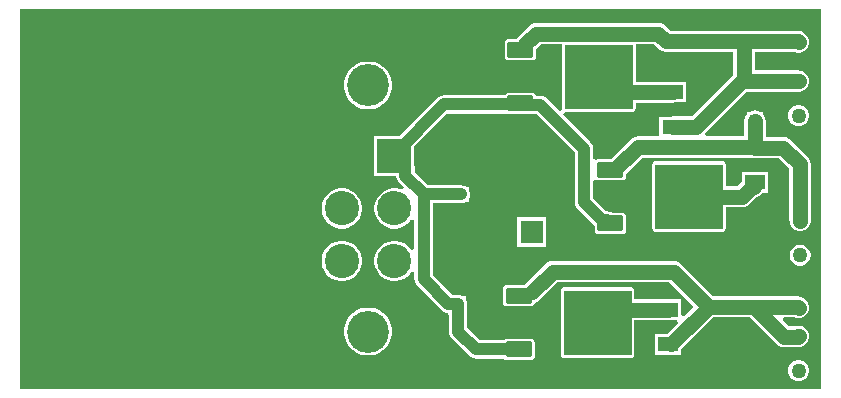
<source format=gtl>
G04*
G04 #@! TF.GenerationSoftware,Altium Limited,Altium Designer,25.1.2 (22)*
G04*
G04 Layer_Physical_Order=1*
G04 Layer_Color=255*
%FSLAX44Y44*%
%MOMM*%
G71*
G04*
G04 #@! TF.SameCoordinates,B7D9D61E-E531-4C97-95C7-BE20352FD60D*
G04*
G04*
G04 #@! TF.FilePolarity,Positive*
G04*
G01*
G75*
%ADD14R,1.7700X1.2300*%
%ADD15R,0.9000X0.8000*%
G04:AMPARAMS|DCode=16|XSize=2.15mm|YSize=1.3mm|CornerRadius=0.052mm|HoleSize=0mm|Usage=FLASHONLY|Rotation=0.000|XOffset=0mm|YOffset=0mm|HoleType=Round|Shape=RoundedRectangle|*
%AMROUNDEDRECTD16*
21,1,2.1500,1.1960,0,0,0.0*
21,1,2.0460,1.3000,0,0,0.0*
1,1,0.1040,1.0230,-0.5980*
1,1,0.1040,-1.0230,-0.5980*
1,1,0.1040,-1.0230,0.5980*
1,1,0.1040,1.0230,0.5980*
%
%ADD16ROUNDEDRECTD16*%
G04:AMPARAMS|DCode=19|XSize=5.7mm|YSize=5.5mm|CornerRadius=0.055mm|HoleSize=0mm|Usage=FLASHONLY|Rotation=0.000|XOffset=0mm|YOffset=0mm|HoleType=Round|Shape=RoundedRectangle|*
%AMROUNDEDRECTD19*
21,1,5.7000,5.3900,0,0,0.0*
21,1,5.5900,5.5000,0,0,0.0*
1,1,0.1100,2.7950,-2.6950*
1,1,0.1100,-2.7950,-2.6950*
1,1,0.1100,-2.7950,2.6950*
1,1,0.1100,2.7950,2.6950*
%
%ADD19ROUNDEDRECTD19*%
%ADD26C,1.0160*%
%ADD27C,1.2700*%
%ADD28C,0.7620*%
%ADD29R,1.9500X1.9500*%
%ADD30C,1.9500*%
%ADD31R,2.8950X2.8950*%
%ADD32C,2.8950*%
%ADD33C,3.5500*%
%ADD34C,1.2700*%
G36*
X930910Y633730D02*
X252730D01*
Y955040D01*
X930910D01*
Y633730D01*
D02*
G37*
%LPC*%
G36*
X792920Y943247D02*
X689830D01*
X687509Y942941D01*
X685347Y942045D01*
X683490Y940620D01*
X674350Y931480D01*
X673091Y929840D01*
X666060D01*
X664866Y929602D01*
X663854Y928926D01*
X663177Y927914D01*
X662940Y926720D01*
Y914760D01*
X663177Y913566D01*
X663854Y912554D01*
X664866Y911878D01*
X666060Y911640D01*
X686520D01*
X687714Y911878D01*
X688726Y912554D01*
X689402Y913566D01*
X689640Y914760D01*
Y920762D01*
X689657Y920890D01*
Y921426D01*
X693544Y925313D01*
X711451D01*
X711840Y924840D01*
Y870940D01*
X711977Y870248D01*
X710890Y868887D01*
X709926Y868199D01*
X709841Y868208D01*
X698585Y879465D01*
X696993Y880686D01*
X695139Y881454D01*
X693150Y881716D01*
X689501D01*
X689402Y882214D01*
X688726Y883226D01*
X687714Y883902D01*
X686520Y884140D01*
X666060D01*
X664866Y883902D01*
X663854Y883226D01*
X663177Y882214D01*
X663121Y881928D01*
X611402D01*
X609413Y881666D01*
X607559Y880898D01*
X605967Y879677D01*
X573946Y847655D01*
X552655D01*
Y813625D01*
X571379D01*
Y813475D01*
X571641Y811486D01*
X572409Y809632D01*
X573630Y808040D01*
X577684Y803987D01*
X576245Y801833D01*
X574633Y802501D01*
X571346Y803155D01*
X567994D01*
X564707Y802501D01*
X561610Y801218D01*
X558824Y799356D01*
X556454Y796986D01*
X554591Y794200D01*
X553309Y791103D01*
X552655Y787816D01*
Y784464D01*
X553309Y781177D01*
X554591Y778080D01*
X556454Y775294D01*
X558824Y772924D01*
X561610Y771061D01*
X564707Y769779D01*
X567994Y769125D01*
X571346D01*
X574633Y769779D01*
X577730Y771061D01*
X580516Y772924D01*
X582886Y775294D01*
X584134Y777161D01*
X586674Y776391D01*
Y751489D01*
X584134Y750719D01*
X582886Y752587D01*
X580516Y754956D01*
X577730Y756818D01*
X574633Y758101D01*
X571346Y758755D01*
X567994D01*
X564707Y758101D01*
X561610Y756818D01*
X558824Y754956D01*
X556454Y752587D01*
X554591Y749800D01*
X553309Y746703D01*
X552655Y743416D01*
Y740064D01*
X553309Y736777D01*
X554591Y733680D01*
X556454Y730894D01*
X558824Y728524D01*
X561610Y726662D01*
X564707Y725379D01*
X567994Y724725D01*
X571346D01*
X574633Y725379D01*
X577730Y726662D01*
X580516Y728524D01*
X582886Y730894D01*
X584134Y732761D01*
X586674Y731991D01*
Y726370D01*
X586936Y724381D01*
X587704Y722527D01*
X588925Y720935D01*
X609825Y700035D01*
X609825Y700035D01*
X611417Y698814D01*
X613271Y698046D01*
X615260Y697784D01*
X615884Y695435D01*
Y681990D01*
X616146Y680001D01*
X616914Y678147D01*
X618135Y676555D01*
X633365Y661325D01*
X633365Y661325D01*
X634957Y660104D01*
X636811Y659336D01*
X638800Y659074D01*
X662260D01*
X662594Y658574D01*
X663606Y657898D01*
X664800Y657660D01*
X685260D01*
X686454Y657898D01*
X687466Y658574D01*
X688142Y659586D01*
X688380Y660780D01*
Y672740D01*
X688142Y673934D01*
X687466Y674946D01*
X686454Y675622D01*
X685260Y675860D01*
X664800D01*
X663606Y675622D01*
X662594Y674946D01*
X662260Y674446D01*
X641983D01*
X631256Y685174D01*
Y705470D01*
X630994Y707459D01*
X630610Y708386D01*
Y712010D01*
X627564D01*
X627413Y712126D01*
X625559Y712894D01*
X623570Y713156D01*
X618443D01*
X602046Y729554D01*
Y790494D01*
X626110D01*
X628099Y790756D01*
X629953Y791524D01*
X630104Y791640D01*
X633150D01*
Y795264D01*
X633534Y796191D01*
X633796Y798180D01*
X633534Y800169D01*
X633150Y801096D01*
Y804720D01*
X630104D01*
X629953Y804836D01*
X628099Y805604D01*
X626110Y805866D01*
X597543D01*
X586751Y816658D01*
Y821795D01*
X586685Y822294D01*
Y838656D01*
X614585Y866556D01*
X664299D01*
X664866Y866178D01*
X666060Y865940D01*
X686520D01*
X687714Y866178D01*
X687963Y866344D01*
X689966D01*
X722564Y833746D01*
Y791430D01*
X722826Y789441D01*
X723594Y787587D01*
X724815Y785995D01*
X739140Y771671D01*
Y767460D01*
X739378Y766266D01*
X740054Y765254D01*
X741066Y764578D01*
X742260Y764340D01*
X762720D01*
X763914Y764578D01*
X764926Y765254D01*
X765602Y766266D01*
X765840Y767460D01*
Y779420D01*
X765602Y780614D01*
X764926Y781626D01*
X763914Y782302D01*
X762720Y782540D01*
X753964D01*
X753643Y782786D01*
X751789Y783554D01*
X749800Y783816D01*
X748734D01*
X737936Y794613D01*
Y809552D01*
X738908Y810195D01*
X740476Y810672D01*
X741066Y810278D01*
X742260Y810040D01*
X762720D01*
X763914Y810278D01*
X764926Y810954D01*
X765602Y811966D01*
X765840Y813160D01*
Y815559D01*
X779514Y829233D01*
X863640D01*
Y828930D01*
X872928D01*
X875030Y828653D01*
X895406D01*
X904163Y819896D01*
Y802640D01*
Y775970D01*
X904240Y775387D01*
Y774800D01*
X904392Y774232D01*
X904469Y773649D01*
X904694Y773106D01*
X904846Y772539D01*
X905140Y772029D01*
X905365Y771487D01*
X905722Y771021D01*
X906016Y770511D01*
X906432Y770096D01*
X906790Y769630D01*
X907256Y769272D01*
X907671Y768856D01*
X908180Y768562D01*
X908647Y768205D01*
X909190Y767980D01*
X909699Y767686D01*
X910266Y767534D01*
X910809Y767309D01*
X911392Y767232D01*
X911960Y767080D01*
X912547D01*
X913130Y767003D01*
X913713Y767080D01*
X914300D01*
X914868Y767232D01*
X915451Y767309D01*
X915994Y767534D01*
X916561Y767686D01*
X917070Y767980D01*
X917613Y768205D01*
X918080Y768562D01*
X918589Y768856D01*
X919004Y769272D01*
X919470Y769630D01*
X919828Y770096D01*
X920244Y770511D01*
X920538Y771021D01*
X920895Y771487D01*
X921120Y772029D01*
X921414Y772539D01*
X921566Y773106D01*
X921791Y773649D01*
X921868Y774232D01*
X922020Y774800D01*
Y775387D01*
X922097Y775970D01*
Y802640D01*
Y823610D01*
X921791Y825931D01*
X920895Y828093D01*
X919470Y829950D01*
X905460Y843960D01*
X903603Y845385D01*
X901441Y846281D01*
X899120Y846587D01*
X883997D01*
Y860410D01*
X883691Y862731D01*
X882795Y864893D01*
X882070Y865839D01*
Y868220D01*
X879406D01*
X877351Y869071D01*
X875030Y869377D01*
X872709Y869071D01*
X870654Y868220D01*
X867990D01*
Y865839D01*
X867265Y864893D01*
X866369Y862731D01*
X866063Y860410D01*
Y847167D01*
X833595D01*
X832543Y849707D01*
X867949Y885113D01*
X911860D01*
X912443Y885190D01*
X913030D01*
X913598Y885342D01*
X914181Y885419D01*
X914724Y885644D01*
X915291Y885796D01*
X915800Y886090D01*
X916343Y886315D01*
X916809Y886672D01*
X917319Y886966D01*
X917734Y887382D01*
X918200Y887740D01*
X918558Y888206D01*
X918974Y888621D01*
X919268Y889130D01*
X919625Y889597D01*
X919850Y890139D01*
X920144Y890649D01*
X920296Y891216D01*
X920521Y891759D01*
X920598Y892342D01*
X920750Y892910D01*
Y893497D01*
X920827Y894080D01*
X920750Y894663D01*
Y895250D01*
X920598Y895818D01*
X920521Y896401D01*
X920296Y896944D01*
X920144Y897511D01*
X919850Y898020D01*
X919625Y898563D01*
X919268Y899029D01*
X918974Y899539D01*
X918558Y899954D01*
X918200Y900420D01*
X917734Y900778D01*
X917319Y901194D01*
X916809Y901488D01*
X916343Y901845D01*
X915800Y902070D01*
X915291Y902364D01*
X914724Y902516D01*
X914181Y902741D01*
X913598Y902818D01*
X913030Y902970D01*
X912443D01*
X911860Y903047D01*
X874656D01*
Y918783D01*
X908550D01*
X908996Y918664D01*
X909539Y918439D01*
X910122Y918362D01*
X910690Y918210D01*
X911277D01*
X911860Y918133D01*
X912443Y918210D01*
X913030D01*
X913598Y918362D01*
X914181Y918439D01*
X914724Y918664D01*
X915291Y918816D01*
X915800Y919110D01*
X916343Y919335D01*
X916809Y919692D01*
X917319Y919986D01*
X917734Y920402D01*
X918200Y920760D01*
X918558Y921226D01*
X918974Y921641D01*
X919268Y922150D01*
X919625Y922617D01*
X919850Y923159D01*
X920144Y923669D01*
X920296Y924236D01*
X920521Y924779D01*
X920598Y925362D01*
X920750Y925930D01*
Y926517D01*
X920827Y927100D01*
X920750Y927683D01*
Y928270D01*
X920598Y928838D01*
X920521Y929421D01*
X920296Y929964D01*
X920144Y930531D01*
X919850Y931040D01*
X919625Y931583D01*
X919268Y932049D01*
X918974Y932559D01*
X918558Y932974D01*
X918200Y933440D01*
X917550Y934090D01*
X915693Y935515D01*
X913531Y936411D01*
X911210Y936717D01*
X803164D01*
X799260Y940620D01*
X797403Y942045D01*
X795241Y942941D01*
X792920Y943247D01*
D02*
G37*
G36*
X549368Y910580D02*
X545372D01*
X541452Y909800D01*
X537759Y908271D01*
X534436Y906050D01*
X531610Y903224D01*
X529389Y899901D01*
X527860Y896208D01*
X527080Y892288D01*
Y888292D01*
X527860Y884372D01*
X529389Y880679D01*
X531610Y877356D01*
X534436Y874530D01*
X537759Y872309D01*
X541452Y870780D01*
X545372Y870000D01*
X549368D01*
X553288Y870780D01*
X556981Y872309D01*
X560304Y874530D01*
X563130Y877356D01*
X565351Y880679D01*
X566880Y884372D01*
X567660Y888292D01*
Y892288D01*
X566880Y896208D01*
X565351Y899901D01*
X563130Y903224D01*
X560304Y906050D01*
X556981Y908271D01*
X553288Y909800D01*
X549368Y910580D01*
D02*
G37*
G36*
X913030Y873760D02*
X910690D01*
X908429Y873154D01*
X906401Y871984D01*
X904746Y870329D01*
X903576Y868301D01*
X902970Y866040D01*
Y863700D01*
X903576Y861439D01*
X904746Y859411D01*
X906401Y857756D01*
X908429Y856586D01*
X910690Y855980D01*
X913030D01*
X915291Y856586D01*
X917319Y857756D01*
X918974Y859411D01*
X920144Y861439D01*
X920750Y863700D01*
Y866040D01*
X920144Y868301D01*
X918974Y870329D01*
X917319Y871984D01*
X915291Y873154D01*
X913030Y873760D01*
D02*
G37*
G36*
X526846Y803155D02*
X523494D01*
X520207Y802501D01*
X517110Y801218D01*
X514324Y799356D01*
X511954Y796986D01*
X510092Y794200D01*
X508809Y791103D01*
X508155Y787816D01*
Y784464D01*
X508809Y781177D01*
X510092Y778080D01*
X511954Y775294D01*
X514324Y772924D01*
X517110Y771061D01*
X520207Y769779D01*
X523494Y769125D01*
X526846D01*
X530133Y769779D01*
X533230Y771061D01*
X536016Y772924D01*
X538386Y775294D01*
X540248Y778080D01*
X541531Y781177D01*
X542185Y784464D01*
Y787816D01*
X541531Y791103D01*
X540248Y794200D01*
X538386Y796986D01*
X536016Y799356D01*
X533230Y801218D01*
X530133Y802501D01*
X526846Y803155D01*
D02*
G37*
G36*
X847090Y826391D02*
X791190D01*
X789984Y826151D01*
X788962Y825468D01*
X788279Y824446D01*
X788039Y823240D01*
Y769340D01*
X788279Y768134D01*
X788962Y767112D01*
X789984Y766429D01*
X791190Y766189D01*
X847090D01*
X848296Y766429D01*
X849318Y767112D01*
X850001Y768134D01*
X850240Y769340D01*
Y787323D01*
X863820D01*
X866141Y787629D01*
X868304Y788525D01*
X870161Y789950D01*
X876034Y795823D01*
X876081Y795829D01*
X878243Y796725D01*
X880100Y798150D01*
X881221Y799610D01*
X886420D01*
Y816990D01*
X863640D01*
Y808963D01*
X863495Y808773D01*
X863404Y808554D01*
X860106Y805257D01*
X850240D01*
Y823240D01*
X850001Y824446D01*
X849318Y825468D01*
X848296Y826151D01*
X847090Y826391D01*
D02*
G37*
G36*
X698091Y778539D02*
X673511D01*
Y753959D01*
X698091D01*
Y778539D01*
D02*
G37*
G36*
X914300Y755650D02*
X911960D01*
X909699Y755044D01*
X907671Y753874D01*
X906016Y752219D01*
X904846Y750191D01*
X904240Y747930D01*
Y745590D01*
X904846Y743329D01*
X906016Y741301D01*
X907671Y739646D01*
X909699Y738476D01*
X911960Y737870D01*
X914300D01*
X916561Y738476D01*
X918589Y739646D01*
X920244Y741301D01*
X921414Y743329D01*
X922020Y745590D01*
Y747930D01*
X921414Y750191D01*
X920244Y752219D01*
X918589Y753874D01*
X916561Y755044D01*
X914300Y755650D01*
D02*
G37*
G36*
X526846Y758755D02*
X523494D01*
X520207Y758101D01*
X517110Y756818D01*
X514324Y754956D01*
X511954Y752587D01*
X510092Y749800D01*
X508809Y746703D01*
X508155Y743416D01*
Y740064D01*
X508809Y736777D01*
X510092Y733680D01*
X511954Y730894D01*
X514324Y728524D01*
X517110Y726662D01*
X520207Y725379D01*
X523494Y724725D01*
X526846D01*
X530133Y725379D01*
X533230Y726662D01*
X536016Y728524D01*
X538386Y730894D01*
X540248Y733680D01*
X541531Y736777D01*
X542185Y740064D01*
Y743416D01*
X541531Y746703D01*
X540248Y749800D01*
X538386Y752587D01*
X536016Y754956D01*
X533230Y756818D01*
X530133Y758101D01*
X526846Y758755D01*
D02*
G37*
G36*
X806060Y741757D02*
X703580D01*
X701259Y741451D01*
X699097Y740555D01*
X697240Y739130D01*
X679734Y721624D01*
X677720D01*
X677396Y721560D01*
X664800D01*
X663606Y721322D01*
X662594Y720646D01*
X661917Y719634D01*
X661680Y718440D01*
Y706480D01*
X661917Y705286D01*
X662594Y704274D01*
X663606Y703598D01*
X664800Y703360D01*
X685260D01*
X686454Y703598D01*
X687466Y704274D01*
X688142Y705286D01*
X688380Y706480D01*
Y706538D01*
X690423Y707385D01*
X692280Y708810D01*
X707294Y723823D01*
X802346D01*
X823209Y702960D01*
X815107Y694857D01*
X812760Y695829D01*
Y709150D01*
X803472D01*
X801370Y709427D01*
X772781D01*
Y716560D01*
X772541Y717766D01*
X771858Y718788D01*
X770836Y719471D01*
X769630Y719710D01*
X713730D01*
X712524Y719471D01*
X711502Y718788D01*
X710819Y717766D01*
X710580Y716560D01*
Y662660D01*
X710819Y661454D01*
X711502Y660432D01*
X712524Y659749D01*
X713730Y659510D01*
X769630D01*
X770836Y659749D01*
X771858Y660432D01*
X772541Y661454D01*
X772781Y662660D01*
Y691493D01*
X801370D01*
X803472Y691770D01*
X808700D01*
X809672Y689423D01*
X800079Y679830D01*
X789980D01*
Y662450D01*
X801968D01*
X804070Y662173D01*
X806172Y662450D01*
X812760D01*
Y667149D01*
X839604Y693993D01*
X870666D01*
X893440Y671220D01*
X895297Y669795D01*
X897459Y668899D01*
X899780Y668593D01*
X899780Y668593D01*
X911240D01*
X913561Y668899D01*
X915723Y669795D01*
X917580Y671220D01*
X918200Y671840D01*
X918558Y672306D01*
X918974Y672721D01*
X919268Y673231D01*
X919625Y673697D01*
X919850Y674240D01*
X920144Y674749D01*
X920296Y675316D01*
X920521Y675859D01*
X920598Y676442D01*
X920750Y677010D01*
Y677597D01*
X920827Y678180D01*
X920750Y678763D01*
Y679350D01*
X920598Y679918D01*
X920521Y680501D01*
X920296Y681044D01*
X920144Y681611D01*
X919850Y682121D01*
X919625Y682663D01*
X919268Y683130D01*
X918974Y683639D01*
X918558Y684054D01*
X918200Y684520D01*
X917734Y684878D01*
X917319Y685294D01*
X916809Y685588D01*
X916343Y685945D01*
X915800Y686170D01*
X915291Y686464D01*
X914724Y686616D01*
X914181Y686841D01*
X913598Y686918D01*
X913030Y687070D01*
X912443D01*
X911860Y687147D01*
X911277Y687070D01*
X910690D01*
X910122Y686918D01*
X909539Y686841D01*
X908996Y686616D01*
X908662Y686527D01*
X903494D01*
X898374Y691647D01*
X899346Y693993D01*
X908550D01*
X908996Y693874D01*
X909539Y693649D01*
X910122Y693572D01*
X910690Y693420D01*
X911277D01*
X911860Y693343D01*
X912443Y693420D01*
X913030D01*
X913598Y693572D01*
X914181Y693649D01*
X914724Y693874D01*
X915291Y694026D01*
X915800Y694320D01*
X916343Y694545D01*
X916809Y694902D01*
X917319Y695196D01*
X917734Y695612D01*
X918200Y695970D01*
X918558Y696436D01*
X918974Y696851D01*
X919268Y697361D01*
X919625Y697827D01*
X919850Y698370D01*
X920144Y698879D01*
X920296Y699446D01*
X920521Y699989D01*
X920598Y700572D01*
X920750Y701140D01*
Y701727D01*
X920827Y702310D01*
X920750Y702893D01*
Y703480D01*
X920598Y704048D01*
X920521Y704631D01*
X920296Y705174D01*
X920144Y705741D01*
X919850Y706251D01*
X919625Y706793D01*
X919268Y707260D01*
X918974Y707769D01*
X918558Y708184D01*
X918200Y708650D01*
X917550Y709300D01*
X915693Y710725D01*
X913531Y711621D01*
X911210Y711927D01*
X839604D01*
X812400Y739130D01*
X810543Y740555D01*
X808381Y741451D01*
X806060Y741757D01*
D02*
G37*
G36*
X549368Y702280D02*
X545372D01*
X541452Y701500D01*
X537759Y699971D01*
X534436Y697750D01*
X531610Y694924D01*
X529389Y691601D01*
X527860Y687908D01*
X527080Y683988D01*
Y679992D01*
X527860Y676072D01*
X529389Y672379D01*
X531610Y669056D01*
X534436Y666230D01*
X537759Y664009D01*
X541452Y662480D01*
X545372Y661700D01*
X549368D01*
X553288Y662480D01*
X556981Y664009D01*
X560304Y666230D01*
X563130Y669056D01*
X565351Y672379D01*
X566880Y676072D01*
X567660Y679992D01*
Y683988D01*
X566880Y687908D01*
X565351Y691601D01*
X563130Y694924D01*
X560304Y697750D01*
X556981Y699971D01*
X553288Y701500D01*
X549368Y702280D01*
D02*
G37*
G36*
X913030Y657860D02*
X910690D01*
X908429Y657254D01*
X906401Y656084D01*
X904746Y654429D01*
X903576Y652401D01*
X902970Y650140D01*
Y647800D01*
X903576Y645539D01*
X904746Y643511D01*
X906401Y641856D01*
X908429Y640686D01*
X910690Y640080D01*
X913030D01*
X915291Y640686D01*
X917319Y641856D01*
X918974Y643511D01*
X920144Y645539D01*
X920750Y647800D01*
Y650140D01*
X920144Y652401D01*
X918974Y654429D01*
X917319Y656084D01*
X915291Y657254D01*
X913030Y657860D01*
D02*
G37*
%LPD*%
G36*
X793110Y921410D02*
X793110Y921410D01*
X794967Y919985D01*
X797129Y919089D01*
X799450Y918783D01*
X799450Y918783D01*
X856722D01*
Y899248D01*
X821731Y864257D01*
X805180D01*
X803078Y863980D01*
X793790D01*
Y847167D01*
X775800D01*
X773479Y846861D01*
X771317Y845965D01*
X769460Y844540D01*
X753176Y828257D01*
X752640D01*
X752513Y828240D01*
X742260D01*
X741066Y828002D01*
X740476Y827608D01*
X738908Y828084D01*
X737936Y828728D01*
Y836930D01*
X737674Y838919D01*
X736906Y840773D01*
X735685Y842365D01*
X712258Y865791D01*
X712249Y865876D01*
X712937Y866840D01*
X714298Y867927D01*
X714990Y867790D01*
X770890D01*
X772096Y868029D01*
X773118Y868712D01*
X773801Y869734D01*
X774041Y870940D01*
Y875643D01*
X805180D01*
X807282Y875920D01*
X816570D01*
Y893300D01*
X807282D01*
X805180Y893577D01*
X774041D01*
Y924840D01*
X774429Y925313D01*
X789206D01*
X793110Y921410D01*
D02*
G37*
D14*
X875030Y808300D02*
D03*
Y837620D02*
D03*
X801370Y700460D02*
D03*
Y671140D02*
D03*
X805180Y884610D02*
D03*
Y855290D02*
D03*
D15*
X875030Y861680D02*
D03*
Y875680D02*
D03*
X861060Y702960D02*
D03*
Y688960D02*
D03*
X836930Y927750D02*
D03*
Y913750D02*
D03*
X627380Y874380D02*
D03*
Y888380D02*
D03*
X626110Y798180D02*
D03*
Y812180D02*
D03*
X623570Y705470D02*
D03*
Y719470D02*
D03*
D16*
X675030Y712460D02*
D03*
Y666760D02*
D03*
X752490Y819140D02*
D03*
Y773440D02*
D03*
X676290Y920740D02*
D03*
Y875040D02*
D03*
D19*
X741680Y689610D02*
D03*
X819140Y796290D02*
D03*
X742940Y897890D02*
D03*
D26*
X569010Y831850D02*
X579065Y821795D01*
Y813475D02*
Y821795D01*
Y813475D02*
X594360Y798180D01*
X594360D02*
X626110D01*
X749800Y776130D02*
X752490Y773440D01*
X745550Y776130D02*
X749800D01*
X730250Y791430D02*
Y836930D01*
Y791430D02*
X745550Y776130D01*
X693150Y874030D02*
X730250Y836930D01*
X677300Y874030D02*
X693150D01*
X676290Y875040D02*
X677300Y874030D01*
X627380Y874242D02*
X675492D01*
X611402D02*
X627380D01*
X675492D02*
X676290Y875040D01*
X594360Y726370D02*
Y797418D01*
X569010Y831850D02*
X611402Y874242D01*
X594360Y726370D02*
X615260Y705470D01*
X623570D01*
X638800Y666760D02*
X675030D01*
X623570Y681990D02*
X638800Y666760D01*
X623570Y681990D02*
Y705470D01*
D27*
X861060Y702960D02*
X874380D01*
X899780Y677560D01*
X911240D01*
X874380Y702960D02*
X911210D01*
X875030Y840050D02*
Y860410D01*
X873180Y838200D02*
X875030Y840050D01*
X875030Y837620D02*
X899120D01*
X913130Y823610D01*
Y775970D02*
Y802640D01*
Y823610D01*
X775800Y838200D02*
X873180D01*
X756890Y819290D02*
X775800Y838200D01*
X865689Y927750D02*
X911210D01*
X911860Y927100D01*
X836930Y927750D02*
X865689D01*
Y895534D02*
Y927750D01*
X864235Y894080D02*
X911860D01*
X864235D02*
X865689Y895534D01*
X825445Y855290D02*
X864235Y894080D01*
X805180Y855290D02*
X825445D01*
X911210Y702960D02*
X911860Y702310D01*
X911240Y677560D02*
X911860Y678180D01*
X799450Y927750D02*
X836930D01*
X752490Y819140D02*
X752640Y819290D01*
X756890D01*
X863820Y796290D02*
X871260Y803729D01*
X871460Y804490D02*
X873760D01*
X819140Y796290D02*
X863820D01*
X871260Y803729D02*
Y804290D01*
X871460Y804490D01*
X792920Y934280D02*
X799450Y927750D01*
X689830Y934280D02*
X792920D01*
X680690Y925140D02*
X689830Y934280D01*
X680690Y920890D02*
Y925140D01*
X680540Y920740D02*
X680690Y920890D01*
X676290Y920740D02*
X680540D01*
X756220Y884610D02*
X805180D01*
X742940Y897890D02*
X756220Y884610D01*
X835890Y702960D02*
X861060D01*
X685940Y715150D02*
X703580Y732790D01*
X806060D01*
X741680Y689610D02*
X752530Y700460D01*
X801370D01*
X804070Y671140D02*
X835890Y702960D01*
X806060Y732790D02*
X835890Y702960D01*
D28*
X677720Y715150D02*
X685940D01*
X748030Y695960D02*
X752530Y700460D01*
X801370Y671140D02*
X804070D01*
X675030Y712460D02*
X677720Y715150D01*
D29*
X685801Y766249D02*
D03*
D30*
Y821249D02*
D03*
D31*
X569670Y830640D02*
D03*
D32*
Y786140D02*
D03*
Y741740D02*
D03*
X525170Y830640D02*
D03*
Y786140D02*
D03*
Y741740D02*
D03*
D33*
X547370Y890290D02*
D03*
Y681990D02*
D03*
D34*
X913130Y775970D02*
D03*
Y802640D02*
D03*
X911860Y927100D02*
D03*
Y894080D02*
D03*
Y864870D02*
D03*
Y702310D02*
D03*
Y678180D02*
D03*
Y648970D02*
D03*
X913130Y746760D02*
D03*
M02*

</source>
